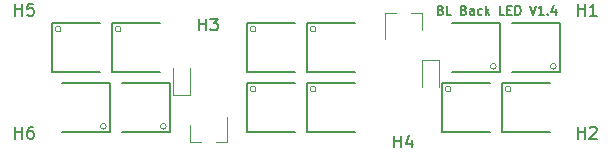
<source format=gbr>
G04 #@! TF.GenerationSoftware,KiCad,Pcbnew,(5.1.4)-1*
G04 #@! TF.CreationDate,2020-07-19T23:42:20-07:00*
G04 #@! TF.ProjectId,SkateLightBackLEDBoard,536b6174-654c-4696-9768-744261636b4c,rev?*
G04 #@! TF.SameCoordinates,Original*
G04 #@! TF.FileFunction,Legend,Top*
G04 #@! TF.FilePolarity,Positive*
%FSLAX46Y46*%
G04 Gerber Fmt 4.6, Leading zero omitted, Abs format (unit mm)*
G04 Created by KiCad (PCBNEW (5.1.4)-1) date 2020-07-19 23:42:20*
%MOMM*%
%LPD*%
G04 APERTURE LIST*
%ADD10C,0.127000*%
%ADD11C,0.200000*%
%ADD12C,0.120000*%
%ADD13C,0.100000*%
%ADD14C,0.150000*%
G04 APERTURE END LIST*
D10*
X11446571Y5724428D02*
X11555428Y5688142D01*
X11591714Y5651857D01*
X11628000Y5579285D01*
X11628000Y5470428D01*
X11591714Y5397857D01*
X11555428Y5361571D01*
X11482857Y5325285D01*
X11192571Y5325285D01*
X11192571Y6087285D01*
X11446571Y6087285D01*
X11519142Y6051000D01*
X11555428Y6014714D01*
X11591714Y5942142D01*
X11591714Y5869571D01*
X11555428Y5797000D01*
X11519142Y5760714D01*
X11446571Y5724428D01*
X11192571Y5724428D01*
X12317428Y5325285D02*
X11954571Y5325285D01*
X11954571Y6087285D01*
X13406000Y5724428D02*
X13514857Y5688142D01*
X13551142Y5651857D01*
X13587428Y5579285D01*
X13587428Y5470428D01*
X13551142Y5397857D01*
X13514857Y5361571D01*
X13442285Y5325285D01*
X13152000Y5325285D01*
X13152000Y6087285D01*
X13406000Y6087285D01*
X13478571Y6051000D01*
X13514857Y6014714D01*
X13551142Y5942142D01*
X13551142Y5869571D01*
X13514857Y5797000D01*
X13478571Y5760714D01*
X13406000Y5724428D01*
X13152000Y5724428D01*
X14240571Y5325285D02*
X14240571Y5724428D01*
X14204285Y5797000D01*
X14131714Y5833285D01*
X13986571Y5833285D01*
X13914000Y5797000D01*
X14240571Y5361571D02*
X14168000Y5325285D01*
X13986571Y5325285D01*
X13914000Y5361571D01*
X13877714Y5434142D01*
X13877714Y5506714D01*
X13914000Y5579285D01*
X13986571Y5615571D01*
X14168000Y5615571D01*
X14240571Y5651857D01*
X14930000Y5361571D02*
X14857428Y5325285D01*
X14712285Y5325285D01*
X14639714Y5361571D01*
X14603428Y5397857D01*
X14567142Y5470428D01*
X14567142Y5688142D01*
X14603428Y5760714D01*
X14639714Y5797000D01*
X14712285Y5833285D01*
X14857428Y5833285D01*
X14930000Y5797000D01*
X15256571Y5325285D02*
X15256571Y6087285D01*
X15329142Y5615571D02*
X15546857Y5325285D01*
X15546857Y5833285D02*
X15256571Y5543000D01*
X16816857Y5325285D02*
X16454000Y5325285D01*
X16454000Y6087285D01*
X17070857Y5724428D02*
X17324857Y5724428D01*
X17433714Y5325285D02*
X17070857Y5325285D01*
X17070857Y6087285D01*
X17433714Y6087285D01*
X17760285Y5325285D02*
X17760285Y6087285D01*
X17941714Y6087285D01*
X18050571Y6051000D01*
X18123142Y5978428D01*
X18159428Y5905857D01*
X18195714Y5760714D01*
X18195714Y5651857D01*
X18159428Y5506714D01*
X18123142Y5434142D01*
X18050571Y5361571D01*
X17941714Y5325285D01*
X17760285Y5325285D01*
X18994000Y6087285D02*
X19248000Y5325285D01*
X19502000Y6087285D01*
X20155142Y5325285D02*
X19719714Y5325285D01*
X19937428Y5325285D02*
X19937428Y6087285D01*
X19864857Y5978428D01*
X19792285Y5905857D01*
X19719714Y5869571D01*
X20481714Y5397857D02*
X20518000Y5361571D01*
X20481714Y5325285D01*
X20445428Y5361571D01*
X20481714Y5397857D01*
X20481714Y5325285D01*
X21171142Y5833285D02*
X21171142Y5325285D01*
X20989714Y6123571D02*
X20808285Y5579285D01*
X21280000Y5579285D01*
D11*
X-17450000Y4615000D02*
X-21500000Y4615000D01*
X-21500000Y4615000D02*
X-21500000Y465000D01*
X-21500000Y465000D02*
X-17450000Y465000D01*
D12*
X-20715869Y4110000D02*
G75*
G03X-20715869Y4110000I-244131J0D01*
G01*
X9806000Y1485000D02*
X9806000Y-800000D01*
X11276000Y1485000D02*
X9806000Y1485000D01*
X11276000Y-800000D02*
X11276000Y1485000D01*
X9835000Y5459000D02*
X9835000Y3999000D01*
X6675000Y5459000D02*
X6675000Y3299000D01*
X6675000Y5459000D02*
X7605000Y5459000D01*
X9835000Y5459000D02*
X8905000Y5459000D01*
X-9835000Y-5459000D02*
X-9835000Y-3999000D01*
X-6675000Y-5459000D02*
X-6675000Y-3299000D01*
X-6675000Y-5459000D02*
X-7605000Y-5459000D01*
X-9835000Y-5459000D02*
X-8905000Y-5459000D01*
D13*
X-5510660Y-106440D02*
G75*
G03X-5510660Y-106440I-50000J0D01*
G01*
X-6526660Y-106440D02*
G75*
G03X-6526660Y-106440I-50000J0D01*
G01*
D12*
X-9806000Y-1485000D02*
X-9806000Y800000D01*
X-11276000Y-1485000D02*
X-9806000Y-1485000D01*
X-11276000Y800000D02*
X-11276000Y-1485000D01*
X-11815869Y-4110000D02*
G75*
G03X-11815869Y-4110000I-244131J0D01*
G01*
D11*
X-11520000Y-465000D02*
X-15570000Y-465000D01*
X-11520000Y-4615000D02*
X-11520000Y-465000D01*
X-15570000Y-4615000D02*
X-11520000Y-4615000D01*
X-20650000Y-4615000D02*
X-16600000Y-4615000D01*
X-16600000Y-4615000D02*
X-16600000Y-465000D01*
X-16600000Y-465000D02*
X-20650000Y-465000D01*
D12*
X-16895869Y-4110000D02*
G75*
G03X-16895869Y-4110000I-244131J0D01*
G01*
X-15635869Y4110000D02*
G75*
G03X-15635869Y4110000I-244131J0D01*
G01*
D11*
X-16420000Y465000D02*
X-12370000Y465000D01*
X-16420000Y4615000D02*
X-16420000Y465000D01*
X-12370000Y4615000D02*
X-16420000Y4615000D01*
D12*
X-4205869Y4110000D02*
G75*
G03X-4205869Y4110000I-244131J0D01*
G01*
D11*
X-4990000Y465000D02*
X-940000Y465000D01*
X-4990000Y4615000D02*
X-4990000Y465000D01*
X-940000Y4615000D02*
X-4990000Y4615000D01*
X4140000Y4615000D02*
X90000Y4615000D01*
X90000Y4615000D02*
X90000Y465000D01*
X90000Y465000D02*
X4140000Y465000D01*
D12*
X874131Y4110000D02*
G75*
G03X874131Y4110000I-244131J0D01*
G01*
X-4205869Y-970000D02*
G75*
G03X-4205869Y-970000I-244131J0D01*
G01*
D11*
X-4990000Y-4615000D02*
X-940000Y-4615000D01*
X-4990000Y-465000D02*
X-4990000Y-4615000D01*
X-940000Y-465000D02*
X-4990000Y-465000D01*
D12*
X874131Y-970000D02*
G75*
G03X874131Y-970000I-244131J0D01*
G01*
D11*
X90000Y-4615000D02*
X4140000Y-4615000D01*
X90000Y-465000D02*
X90000Y-4615000D01*
X4140000Y-465000D02*
X90000Y-465000D01*
X15570000Y-465000D02*
X11520000Y-465000D01*
X11520000Y-465000D02*
X11520000Y-4615000D01*
X11520000Y-4615000D02*
X15570000Y-4615000D01*
D12*
X12304131Y-970000D02*
G75*
G03X12304131Y-970000I-244131J0D01*
G01*
D11*
X20650000Y-465000D02*
X16600000Y-465000D01*
X16600000Y-465000D02*
X16600000Y-4615000D01*
X16600000Y-4615000D02*
X20650000Y-4615000D01*
D12*
X17384131Y-970000D02*
G75*
G03X17384131Y-970000I-244131J0D01*
G01*
X21204131Y970000D02*
G75*
G03X21204131Y970000I-244131J0D01*
G01*
D11*
X21500000Y4615000D02*
X17450000Y4615000D01*
X21500000Y465000D02*
X21500000Y4615000D01*
X17450000Y465000D02*
X21500000Y465000D01*
X12370000Y465000D02*
X16420000Y465000D01*
X16420000Y465000D02*
X16420000Y4615000D01*
X16420000Y4615000D02*
X12370000Y4615000D01*
D12*
X16124131Y970000D02*
G75*
G03X16124131Y970000I-244131J0D01*
G01*
D14*
X7493095Y-5905380D02*
X7493095Y-4905380D01*
X7493095Y-5381571D02*
X8064523Y-5381571D01*
X8064523Y-5905380D02*
X8064523Y-4905380D01*
X8969285Y-5238714D02*
X8969285Y-5905380D01*
X8731190Y-4857761D02*
X8493095Y-5572047D01*
X9112142Y-5572047D01*
X-9016904Y4000619D02*
X-9016904Y5000619D01*
X-9016904Y4524428D02*
X-8445476Y4524428D01*
X-8445476Y4000619D02*
X-8445476Y5000619D01*
X-8064523Y5000619D02*
X-7445476Y5000619D01*
X-7778809Y4619666D01*
X-7635952Y4619666D01*
X-7540714Y4572047D01*
X-7493095Y4524428D01*
X-7445476Y4429190D01*
X-7445476Y4191095D01*
X-7493095Y4095857D01*
X-7540714Y4048238D01*
X-7635952Y4000619D01*
X-7921666Y4000619D01*
X-8016904Y4048238D01*
X-8064523Y4095857D01*
X23050595Y5254619D02*
X23050595Y6254619D01*
X23050595Y5778428D02*
X23622023Y5778428D01*
X23622023Y5254619D02*
X23622023Y6254619D01*
X24622023Y5254619D02*
X24050595Y5254619D01*
X24336309Y5254619D02*
X24336309Y6254619D01*
X24241071Y6111761D01*
X24145833Y6016523D01*
X24050595Y5968904D01*
X23050595Y-5159380D02*
X23050595Y-4159380D01*
X23050595Y-4635571D02*
X23622023Y-4635571D01*
X23622023Y-5159380D02*
X23622023Y-4159380D01*
X24050595Y-4254619D02*
X24098214Y-4207000D01*
X24193452Y-4159380D01*
X24431547Y-4159380D01*
X24526785Y-4207000D01*
X24574404Y-4254619D01*
X24622023Y-4349857D01*
X24622023Y-4445095D01*
X24574404Y-4587952D01*
X24002976Y-5159380D01*
X24622023Y-5159380D01*
X-24574404Y5254619D02*
X-24574404Y6254619D01*
X-24574404Y5778428D02*
X-24002976Y5778428D01*
X-24002976Y5254619D02*
X-24002976Y6254619D01*
X-23050595Y6254619D02*
X-23526785Y6254619D01*
X-23574404Y5778428D01*
X-23526785Y5826047D01*
X-23431547Y5873666D01*
X-23193452Y5873666D01*
X-23098214Y5826047D01*
X-23050595Y5778428D01*
X-23002976Y5683190D01*
X-23002976Y5445095D01*
X-23050595Y5349857D01*
X-23098214Y5302238D01*
X-23193452Y5254619D01*
X-23431547Y5254619D01*
X-23526785Y5302238D01*
X-23574404Y5349857D01*
X-24574404Y-5159380D02*
X-24574404Y-4159380D01*
X-24574404Y-4635571D02*
X-24002976Y-4635571D01*
X-24002976Y-5159380D02*
X-24002976Y-4159380D01*
X-23098214Y-4159380D02*
X-23288690Y-4159380D01*
X-23383928Y-4207000D01*
X-23431547Y-4254619D01*
X-23526785Y-4397476D01*
X-23574404Y-4587952D01*
X-23574404Y-4968904D01*
X-23526785Y-5064142D01*
X-23479166Y-5111761D01*
X-23383928Y-5159380D01*
X-23193452Y-5159380D01*
X-23098214Y-5111761D01*
X-23050595Y-5064142D01*
X-23002976Y-4968904D01*
X-23002976Y-4730809D01*
X-23050595Y-4635571D01*
X-23098214Y-4587952D01*
X-23193452Y-4540333D01*
X-23383928Y-4540333D01*
X-23479166Y-4587952D01*
X-23526785Y-4635571D01*
X-23574404Y-4730809D01*
M02*

</source>
